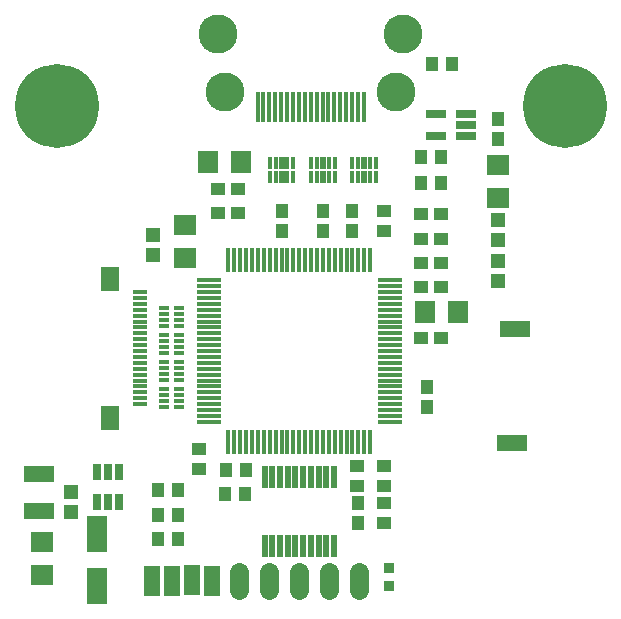
<source format=gbr>
G04 EAGLE Gerber RS-274X export*
G75*
%MOMM*%
%FSLAX34Y34*%
%LPD*%
%INSoldermask Top*%
%IPPOS*%
%AMOC8*
5,1,8,0,0,1.08239X$1,22.5*%
G01*
%ADD10R,1.901600X1.701600*%
%ADD11R,1.201600X1.101600*%
%ADD12R,1.101600X1.201600*%
%ADD13R,2.053500X0.441600*%
%ADD14R,0.441600X2.053500*%
%ADD15R,1.701600X1.901600*%
%ADD16R,0.401600X2.601600*%
%ADD17C,3.301600*%
%ADD18R,2.641600X1.371600*%
%ADD19R,0.710800X1.318800*%
%ADD20R,1.188700X1.267900*%
%ADD21R,0.548400X1.960400*%
%ADD22C,1.625600*%
%ADD23R,1.371600X2.641600*%
%ADD24R,0.301600X1.106600*%
%ADD25R,0.501600X1.106600*%
%ADD26R,1.701600X3.101600*%
%ADD27R,1.660900X0.750800*%
%ADD28R,1.301600X0.401600*%
%ADD29R,1.501600X2.101600*%
%ADD30R,0.901600X0.901600*%
%ADD31R,0.901600X0.381600*%
%ADD32C,7.101600*%


D10*
X342900Y205075D03*
X342900Y233075D03*
D11*
X277250Y149863D03*
X294250Y149863D03*
D12*
X159625Y177238D03*
X159625Y194238D03*
X194625Y177238D03*
X194625Y194238D03*
X219625Y177238D03*
X219625Y194238D03*
D11*
X277250Y170500D03*
X294250Y170500D03*
X246063Y194238D03*
X246063Y177238D03*
D12*
X72000Y-42700D03*
X55000Y-42700D03*
X72000Y-63338D03*
X55000Y-63338D03*
X72000Y-83975D03*
X55000Y-83975D03*
D13*
X251442Y15250D03*
X251442Y20250D03*
X251442Y25250D03*
X251442Y30250D03*
X251442Y35250D03*
X251442Y40250D03*
X251442Y45250D03*
X251442Y50250D03*
X251442Y55250D03*
X251442Y60250D03*
X251442Y65250D03*
X251442Y70250D03*
X251442Y75250D03*
X251442Y80250D03*
X251442Y85250D03*
X251442Y90250D03*
X251442Y95250D03*
X251442Y100250D03*
X251442Y105250D03*
X251442Y110250D03*
X251442Y115250D03*
X251442Y120250D03*
X251442Y125250D03*
X251442Y130250D03*
X251442Y135250D03*
D14*
X234625Y152067D03*
X229625Y152067D03*
X224625Y152067D03*
X219625Y152067D03*
X214625Y152067D03*
X209625Y152067D03*
X204625Y152067D03*
X199625Y152067D03*
X194625Y152067D03*
X189625Y152067D03*
X184625Y152067D03*
X179625Y152067D03*
X174625Y152067D03*
X169625Y152067D03*
X164625Y152067D03*
X159625Y152067D03*
X154625Y152067D03*
X149625Y152067D03*
X144625Y152067D03*
X139625Y152067D03*
X134625Y152067D03*
X129625Y152067D03*
X124625Y152067D03*
X119625Y152067D03*
X114625Y152067D03*
D13*
X97808Y135250D03*
X97808Y130250D03*
X97808Y125250D03*
X97808Y120250D03*
X97808Y115250D03*
X97808Y110250D03*
X97808Y105250D03*
X97808Y100250D03*
X97808Y95250D03*
X97808Y90250D03*
X97808Y85250D03*
X97808Y80250D03*
X97808Y75250D03*
X97808Y70250D03*
X97808Y65250D03*
X97808Y60250D03*
X97808Y55250D03*
X97808Y50250D03*
X97808Y45250D03*
X97808Y40250D03*
X97808Y35250D03*
X97808Y30250D03*
X97808Y25250D03*
X97808Y20250D03*
X97808Y15250D03*
D14*
X114625Y-1567D03*
X119625Y-1567D03*
X124625Y-1567D03*
X129625Y-1567D03*
X134625Y-1567D03*
X139625Y-1567D03*
X144625Y-1567D03*
X149625Y-1567D03*
X154625Y-1567D03*
X159625Y-1567D03*
X164625Y-1567D03*
X169625Y-1567D03*
X174625Y-1567D03*
X179625Y-1567D03*
X184625Y-1567D03*
X189625Y-1567D03*
X194625Y-1567D03*
X199625Y-1567D03*
X204625Y-1567D03*
X209625Y-1567D03*
X214625Y-1567D03*
X219625Y-1567D03*
X224625Y-1567D03*
X229625Y-1567D03*
X234625Y-1567D03*
D10*
X77788Y182275D03*
X77788Y154275D03*
D12*
X282575Y28013D03*
X282575Y45013D03*
D11*
X122800Y192088D03*
X105800Y192088D03*
X277250Y86363D03*
X294250Y86363D03*
D15*
X281275Y108588D03*
X309275Y108588D03*
D11*
X277250Y129225D03*
X294250Y129225D03*
X277250Y191138D03*
X294250Y191138D03*
D15*
X125125Y234950D03*
X97125Y234950D03*
D11*
X122800Y212725D03*
X105800Y212725D03*
D16*
X139275Y281940D03*
X144275Y281940D03*
X149275Y281940D03*
X154275Y281940D03*
X159275Y281940D03*
X164275Y281940D03*
X169275Y281940D03*
X174275Y281940D03*
X179275Y281940D03*
X184275Y281940D03*
X189275Y281940D03*
X194275Y281940D03*
X199275Y281940D03*
X204275Y281940D03*
X209275Y281940D03*
X214275Y281940D03*
X219275Y281940D03*
X224275Y281940D03*
X229275Y281940D03*
D17*
X256775Y294440D03*
X111775Y294440D03*
X105775Y343940D03*
X262775Y343940D03*
D12*
X277250Y217488D03*
X294250Y217488D03*
X277250Y239713D03*
X294250Y239713D03*
X303775Y318294D03*
X286775Y318294D03*
D18*
X-46038Y-28575D03*
D10*
X-42863Y-86013D03*
X-42863Y-114013D03*
D19*
X22200Y-27173D03*
X12700Y-27173D03*
X3200Y-27173D03*
X3200Y-52203D03*
X12700Y-52203D03*
X22200Y-52203D03*
D18*
X-46038Y-60325D03*
D20*
X342900Y186404D03*
X342900Y169196D03*
X50800Y173704D03*
X50800Y156496D03*
X342900Y134271D03*
X342900Y151479D03*
D21*
X203875Y-31042D03*
X197375Y-31042D03*
X190875Y-31042D03*
X184375Y-31042D03*
X177875Y-31042D03*
X171375Y-31042D03*
X164875Y-31042D03*
X158375Y-31042D03*
X151875Y-31042D03*
X145375Y-31042D03*
X145375Y-89608D03*
X151875Y-89608D03*
X158375Y-89608D03*
X164875Y-89608D03*
X171375Y-89608D03*
X177875Y-89608D03*
X184375Y-89608D03*
X190875Y-89608D03*
X197375Y-89608D03*
X203875Y-89608D03*
D22*
X123825Y-111443D02*
X123825Y-126683D01*
X149225Y-126683D02*
X149225Y-111443D01*
X174625Y-111443D02*
X174625Y-126683D01*
X200025Y-126683D02*
X200025Y-111443D01*
X225425Y-111443D02*
X225425Y-126683D01*
D11*
X223838Y-38713D03*
X223838Y-21713D03*
D12*
X224000Y-70350D03*
X224000Y-53350D03*
D11*
X246063Y-21663D03*
X246063Y-38663D03*
D23*
X50000Y-119188D03*
X67000Y-119188D03*
X84000Y-118938D03*
X101000Y-119088D03*
D24*
X149625Y222480D03*
X154625Y222480D03*
D25*
X159625Y222480D03*
D24*
X164625Y222480D03*
X169625Y222480D03*
X169625Y234720D03*
X164625Y234720D03*
D25*
X159625Y234720D03*
D24*
X154625Y234720D03*
X149625Y234720D03*
X219625Y222480D03*
X224625Y222480D03*
D25*
X229625Y222480D03*
D24*
X234625Y222480D03*
X239625Y222480D03*
X239625Y234720D03*
X234625Y234720D03*
D25*
X229625Y234720D03*
D24*
X224625Y234720D03*
X219625Y234720D03*
X184625Y222480D03*
X189625Y222480D03*
D25*
X194625Y222480D03*
D24*
X199625Y222480D03*
X204625Y222480D03*
X204625Y234720D03*
X199625Y234720D03*
D25*
X194625Y234720D03*
D24*
X189625Y234720D03*
X184625Y234720D03*
D12*
X129150Y-25400D03*
X112150Y-25400D03*
D26*
X3175Y-79600D03*
X3175Y-123600D03*
D27*
X315993Y257200D03*
X315993Y266700D03*
X315993Y276200D03*
X290433Y276200D03*
X290433Y257200D03*
D12*
X342900Y272025D03*
X342900Y255025D03*
X111913Y-46038D03*
X128913Y-46038D03*
D20*
X-19050Y-60992D03*
X-19050Y-43784D03*
D28*
X39478Y125250D03*
X39478Y120250D03*
X39478Y115250D03*
X39478Y110250D03*
X39478Y105250D03*
X39478Y100250D03*
X39478Y95250D03*
X39478Y90250D03*
X39478Y85250D03*
X39478Y80250D03*
X39478Y75250D03*
X39478Y70250D03*
X39478Y65250D03*
X39478Y60250D03*
X39478Y55250D03*
X39478Y50250D03*
X39478Y45250D03*
X39478Y40250D03*
D29*
X14478Y136560D03*
X14478Y18940D03*
D28*
X39478Y35250D03*
X39478Y30250D03*
D18*
X356920Y94130D03*
D30*
X250825Y-123388D03*
X250825Y-108388D03*
D11*
X246063Y-70413D03*
X246063Y-53413D03*
D31*
X72390Y96640D03*
X72390Y101640D03*
X72390Y106640D03*
X72390Y111640D03*
X59690Y111640D03*
X59690Y106640D03*
X59690Y101640D03*
X59690Y96640D03*
X72390Y73780D03*
X72390Y78780D03*
X72390Y83780D03*
X72390Y88780D03*
X59690Y88780D03*
X59690Y83780D03*
X59690Y78780D03*
X59690Y73780D03*
X72390Y50920D03*
X72390Y55920D03*
X72390Y60920D03*
X72390Y65920D03*
X59690Y65920D03*
X59690Y60920D03*
X59690Y55920D03*
X59690Y50920D03*
X72390Y28060D03*
X72390Y33060D03*
X72390Y38060D03*
X72390Y43060D03*
X59690Y43060D03*
X59690Y38060D03*
X59690Y33060D03*
X59690Y28060D03*
D11*
X89535Y-7375D03*
X89535Y-24375D03*
D18*
X354965Y-2540D03*
D32*
X-30750Y283125D03*
X399300Y283125D03*
M02*

</source>
